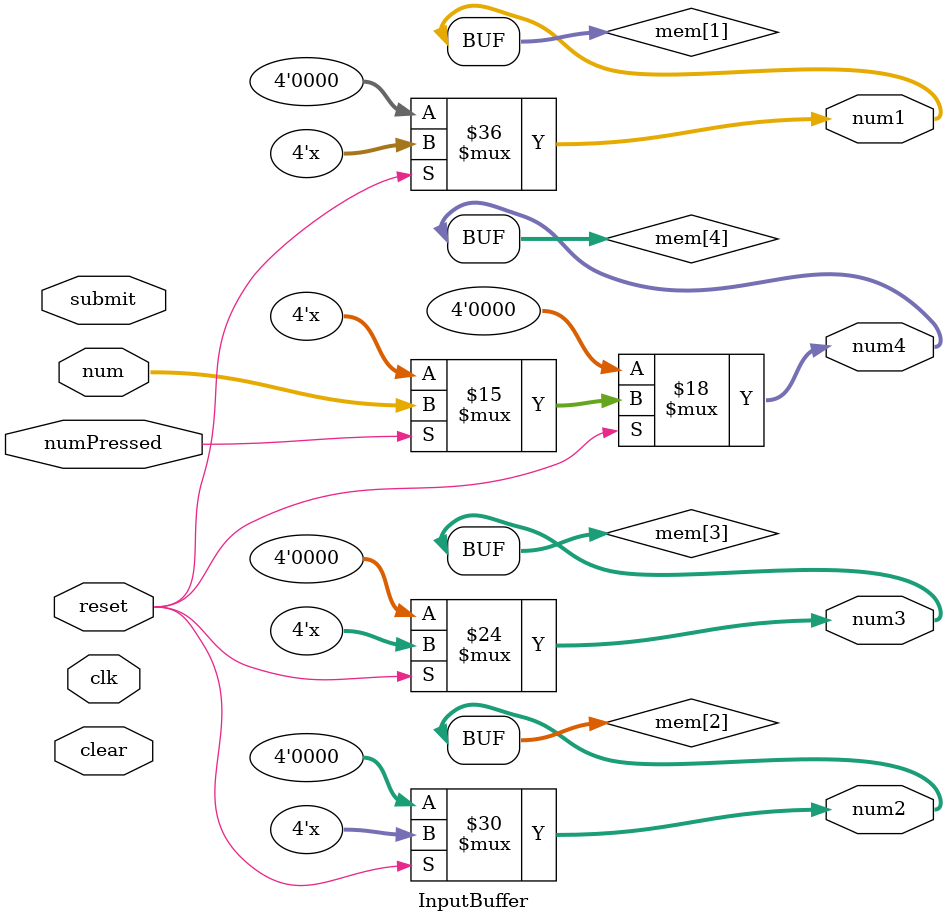
<source format=v>
module InputBuffer(
	input            clk,
	input            reset,
	input      [3:0] num,
	input            numPressed,
	input            clear,
	input            submit,
	output    [3:0] num1,
	output    [3:0] num2,
	output    [3:0] num3,
	output    [3:0] num4
);

/* Max Length of input buffer */
	parameter maxLength = 8;
	reg [1:0] state;
//	reg [3:0] tmp [0:maxLength + 1];
	reg [3:0] mem[maxLength:0];
	reg [7:0] cnt;

	always @ (numPressed or clear or reset) begin
		if (!reset) begin
			mem[0] <= 0;
			mem[1] <= 0;
			mem[2] <= 0;
			mem[3] <= 0;
			mem[4] <= 0;
			cnt <= 0;
		end
		else if (numPressed) begin
			mem[0] <= mem[1];
			mem[1] <= mem[2];
			mem[2] <= mem[3];
			mem[3] <= mem[4];
			mem[4] <= num;
			cnt <= cnt + 1;
		end
		else if (clear) begin
			mem[0] <= 0;
			mem[1] <= mem[0];
			mem[2] <= mem[1];
			mem[3] <= mem[2];
			mem[4] <= mem[3];
			cnt <= cnt - 1;
		end
	end

	assign num1 = mem[1];
	assign num2 = mem[2];
	assign num3 = mem[3];
	assign num4 = mem[4];
//	always @ (*) begin
//		num1 <= mem[5];
//		num2 <= mem[6];
//		num3 <= mem[7];
//		num4 <= mem[8];
//	end
//	always @ (posedge clk or negedge reset) begin
//		if (!reset)
//			state <= 2'b00;
//		else
//			case (state)
//				2'b00: if (numPressed)  state <= 2'b01; else if (clear) state <= 2'b11;
//				2'b01: state <= 2'b10;
//				2'b10: if (!numPressed) state <= 2'b00;
//				2'b11: state <= 2'b00;
//				default: state <= 2'b00;
//			endcase
//	end
//
//	always @ (state or reset) begin
//		if (!reset)
//			cnt <= 1;
//		else
//			case (state)
//				2'b00: mem[cnt*4-1:(cnt-1)*4] <= 0;
//				2'b01: mem[cnt*4-1:(cnt-1)*4] <= num;
//				2'b10: if (cnt <= maxLength) cnt <= cnt + 1; else cnt <= maxLength;
//				2'b11: if (cnt > 1) cnt <= cnt - 1; else cnt <= 1;
//			endcase
//	end
//
//	always @ (posedge clk or negedge reset) begin
//		if (!reset) begin
//			num1 <= 0;
//			num2 <= 0;
//			num3 <= 0;
//			num4 <= 0;
//		end
//		else
//			case (cnt)
//				1: begin
//					num1 <= 0;
//					num2 <= 0;
//					num3 <= 0;
//					num4 <= 0;
//				end
//				2: begin
//					num1 <= 0;
//					num2 <= 0;
//					num3 <= 0;
//					num4 <= mem[(cnt-1)*4-1:(cnt-2)*4];
//				end
//				3: begin
//					num1 <= 0;
//					num2 <= 0;
//					num3 <= mem[(cnt-1)*4-1:(cnt-2)*4];
//					num4 <= mem[(cnt-2)*4-1:(cnt-3)*4];
//				end
//				4: begin
//					num1 <= 0;
//					num2 <= mem[(cnt-1)*4-1:(cnt-2)*4];
//					num3 <= mem[(cnt-2)*4-1:(cnt-3)*4];
//					num4 <= mem[(cnt-3)*4-1:(cnt-4)*4];
//				end
//				default: begin
//					num1 <= mem[(cnt-1)*4-1:(cnt-2)*4];
//					num2 <= mem[(cnt-2)*4-1:(cnt-3)*4];
//					num3 <= mem[(cnt-3)*4-1:(cnt-4)*4];
//					num4 <= mem[(cnt-4)*4-1:(cnt-5)*4];
//				end
//			endcase
//	end
//	always @ (posedge numPressed or negedge reset) begin
//		if (!reset) begin
//			num1 <= 0;
//			num2 <= 0;
//			num3 <= 0;
//			num4 <= 0;
//		end
//		else if (num < 10) begin
//			num1 <= num2;
//			num2 <= num3;
//			num3 <= num4;
//			num4 <= num;
//		end
//		else begin
//			num1 <= num1;
//			num2 <= num2;
//			num3 <= num3;
//			num4 <= num4;
//		end
//	end
//	always @ (posedge showClk or negedge reset) begin
//		if (!reset) begin
//			num1 <= 0;
//			num2 <= 0;
//			num3 <= 0;
//			num4 <= 0;
//		end
//		else if (show) begin
//			if (showCnt <= nInput - 4)
//				showCnt <= showCnt + 1;
//			else
//				showCnt <= 1;
//			num1 <= mem[showCnt];
//			num2 <= mem[showCnt + 1];
//			num3 <= mem[showCnt + 2];
//			num4 <= mem[showCnt + 3];
//		end
//		else
//			showCnt <= 1;
//	end

endmodule
</source>
